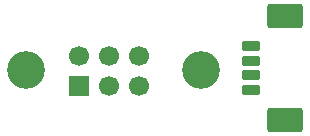
<source format=gbr>
%TF.GenerationSoftware,KiCad,Pcbnew,9.0.2*%
%TF.CreationDate,2025-06-18T16:38:02-05:00*%
%TF.ProjectId,satelliteSAO,73617465-6c6c-4697-9465-53414f2e6b69,rev?*%
%TF.SameCoordinates,Original*%
%TF.FileFunction,Soldermask,Bot*%
%TF.FilePolarity,Negative*%
%FSLAX46Y46*%
G04 Gerber Fmt 4.6, Leading zero omitted, Abs format (unit mm)*
G04 Created by KiCad (PCBNEW 9.0.2) date 2025-06-18 16:38:02*
%MOMM*%
%LPD*%
G01*
G04 APERTURE LIST*
G04 Aperture macros list*
%AMRoundRect*
0 Rectangle with rounded corners*
0 $1 Rounding radius*
0 $2 $3 $4 $5 $6 $7 $8 $9 X,Y pos of 4 corners*
0 Add a 4 corners polygon primitive as box body*
4,1,4,$2,$3,$4,$5,$6,$7,$8,$9,$2,$3,0*
0 Add four circle primitives for the rounded corners*
1,1,$1+$1,$2,$3*
1,1,$1+$1,$4,$5*
1,1,$1+$1,$6,$7*
1,1,$1+$1,$8,$9*
0 Add four rect primitives between the rounded corners*
20,1,$1+$1,$2,$3,$4,$5,0*
20,1,$1+$1,$4,$5,$6,$7,0*
20,1,$1+$1,$6,$7,$8,$9,0*
20,1,$1+$1,$8,$9,$2,$3,0*%
G04 Aperture macros list end*
%ADD10R,1.700000X1.700000*%
%ADD11C,1.700000*%
%ADD12C,3.200000*%
%ADD13RoundRect,0.200000X-0.600000X0.200000X-0.600000X-0.200000X0.600000X-0.200000X0.600000X0.200000X0*%
%ADD14RoundRect,0.250001X-1.249999X0.799999X-1.249999X-0.799999X1.249999X-0.799999X1.249999X0.799999X0*%
G04 APERTURE END LIST*
D10*
%TO.C,J4*%
X150660000Y-99940000D03*
D11*
X150660000Y-97400000D03*
X153200000Y-99940000D03*
X153200000Y-97400000D03*
X155740000Y-99940000D03*
X155740000Y-97400000D03*
%TD*%
D12*
%TO.C,H2*%
X161000000Y-98600000D03*
%TD*%
%TO.C,H1*%
X146200000Y-98600000D03*
%TD*%
D13*
%TO.C,J6*%
X165200000Y-96525000D03*
X165200000Y-97775000D03*
X165200000Y-99025000D03*
X165200000Y-100275000D03*
D14*
X168100000Y-93975000D03*
X168100000Y-102825000D03*
%TD*%
M02*

</source>
